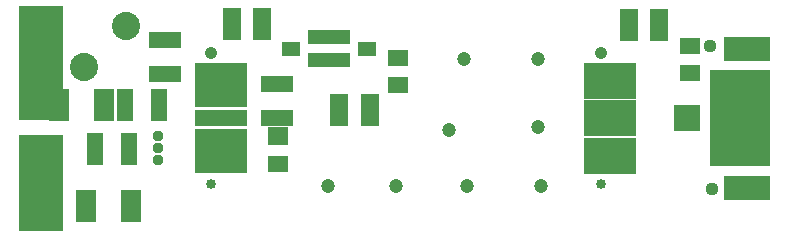
<source format=gbr>
G04 EAGLE Gerber RS-274X export*
G75*
%MOMM*%
%FSLAX34Y34*%
%LPD*%
%INSoldermask Top*%
%IPPOS*%
%AMOC8*
5,1,8,0,0,1.08239X$1,22.5*%
G01*
%ADD10C,1.203200*%
%ADD11R,0.490000X1.200000*%
%ADD12R,1.730000X0.200000*%
%ADD13R,3.750000X9.750000*%
%ADD14R,3.750000X8.250000*%
%ADD15R,1.600200X2.794000*%
%ADD16C,0.853200*%
%ADD17C,1.053200*%
%ADD18R,4.503200X3.843200*%
%ADD19R,4.503200X1.443200*%
%ADD20R,4.503200X3.043200*%
%ADD21R,2.203200X2.203200*%
%ADD22R,5.203200X8.203200*%
%ADD23R,1.603200X1.203200*%
%ADD24R,2.743200X1.473200*%
%ADD25C,2.387600*%
%ADD26R,2.108200X4.013200*%
%ADD27R,4.013200X2.108200*%
%ADD28R,1.727200X1.473200*%
%ADD29R,1.473200X2.743200*%
%ADD30R,1.727200X2.743200*%
%ADD31C,1.109600*%
%ADD32C,0.959600*%


D10*
X91250Y-57500D03*
X148750Y-57500D03*
X271250Y-57500D03*
X206250Y50000D03*
X268750Y50000D03*
X193750Y-10000D03*
X268750Y-7500D03*
X208750Y-57500D03*
D11*
X92000Y68500D03*
X92000Y49500D03*
D12*
X48800Y-7900D03*
D13*
X-151875Y46875D03*
D14*
X-151875Y-54375D03*
D15*
X371670Y79308D03*
X345666Y79308D03*
D16*
X322250Y-55500D03*
D17*
X322250Y55500D03*
D16*
X-7750Y-55500D03*
D17*
X-7750Y55500D03*
D18*
X250Y28000D03*
X250Y-28000D03*
D19*
X250Y0D03*
D20*
X330250Y32000D03*
X330250Y0D03*
X330250Y-32000D03*
D21*
X395250Y0D03*
D22*
X440250Y0D03*
D23*
X59750Y59000D03*
X81750Y68500D03*
X81750Y49500D03*
X124250Y59000D03*
X102250Y49500D03*
X102250Y68500D03*
D24*
X-46750Y66288D03*
X-46750Y37713D03*
D25*
X-115403Y43347D03*
X-80097Y78653D03*
D15*
X126752Y7000D03*
X100748Y7000D03*
D24*
X48250Y213D03*
X48250Y28788D03*
D26*
X-153000Y-49750D03*
X-149750Y40250D03*
D27*
X446250Y58750D03*
D15*
X35502Y80000D03*
X9498Y80000D03*
D28*
X397500Y38570D03*
X397500Y61430D03*
X48750Y-38930D03*
X48750Y-16070D03*
X150000Y28570D03*
X150000Y51430D03*
D29*
X-51962Y11251D03*
X-80538Y11250D03*
X-105738Y-26301D03*
X-77162Y-26300D03*
D27*
X446250Y-58750D03*
D30*
X-114050Y-73750D03*
X-75950Y-73750D03*
X-136550Y11250D03*
X-98450Y11250D03*
D31*
X415000Y61250D03*
X416250Y-60000D03*
D32*
X-52500Y-35000D03*
X-52500Y-15000D03*
X-52500Y-25000D03*
M02*

</source>
